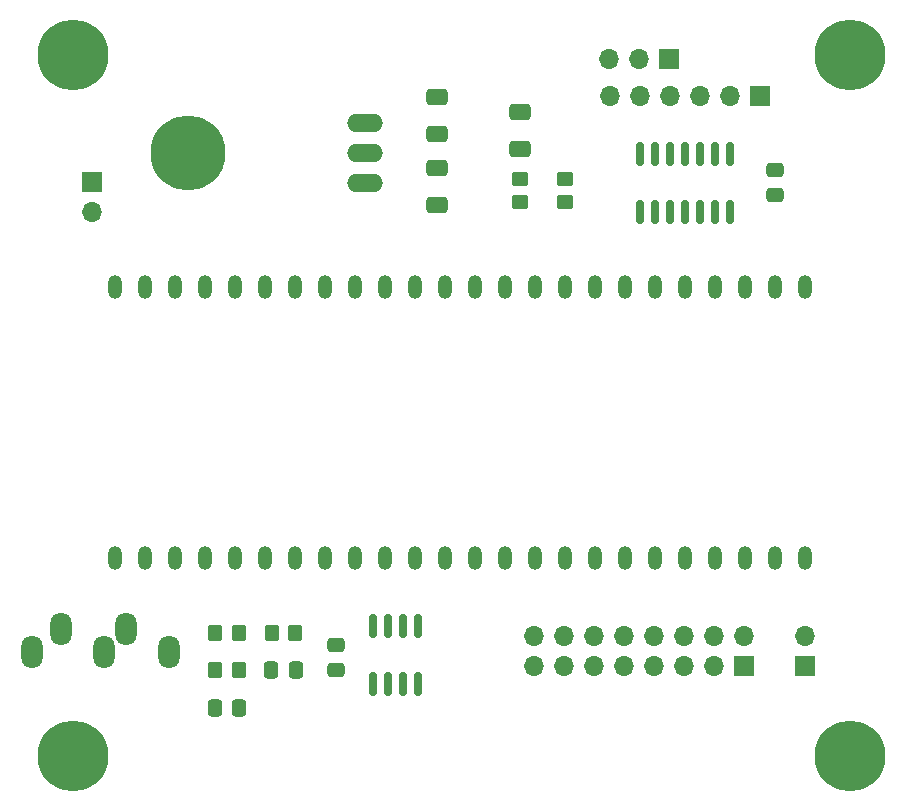
<source format=gbr>
%TF.GenerationSoftware,KiCad,Pcbnew,8.0.2*%
%TF.CreationDate,2024-08-26T06:59:03-04:00*%
%TF.ProjectId,TRS-80-M3-VID2,5452532d-3830-42d4-9d33-2d564944322e,rev?*%
%TF.SameCoordinates,Original*%
%TF.FileFunction,Soldermask,Top*%
%TF.FilePolarity,Negative*%
%FSLAX46Y46*%
G04 Gerber Fmt 4.6, Leading zero omitted, Abs format (unit mm)*
G04 Created by KiCad (PCBNEW 8.0.2) date 2024-08-26 06:59:03*
%MOMM*%
%LPD*%
G01*
G04 APERTURE LIST*
G04 Aperture macros list*
%AMRoundRect*
0 Rectangle with rounded corners*
0 $1 Rounding radius*
0 $2 $3 $4 $5 $6 $7 $8 $9 X,Y pos of 4 corners*
0 Add a 4 corners polygon primitive as box body*
4,1,4,$2,$3,$4,$5,$6,$7,$8,$9,$2,$3,0*
0 Add four circle primitives for the rounded corners*
1,1,$1+$1,$2,$3*
1,1,$1+$1,$4,$5*
1,1,$1+$1,$6,$7*
1,1,$1+$1,$8,$9*
0 Add four rect primitives between the rounded corners*
20,1,$1+$1,$2,$3,$4,$5,0*
20,1,$1+$1,$4,$5,$6,$7,0*
20,1,$1+$1,$6,$7,$8,$9,0*
20,1,$1+$1,$8,$9,$2,$3,0*%
G04 Aperture macros list end*
%ADD10RoundRect,0.250000X-0.650000X0.412500X-0.650000X-0.412500X0.650000X-0.412500X0.650000X0.412500X0*%
%ADD11RoundRect,0.250000X-0.350000X-0.450000X0.350000X-0.450000X0.350000X0.450000X-0.350000X0.450000X0*%
%ADD12RoundRect,0.150000X-0.150000X0.825000X-0.150000X-0.825000X0.150000X-0.825000X0.150000X0.825000X0*%
%ADD13RoundRect,0.250000X0.650000X-0.412500X0.650000X0.412500X-0.650000X0.412500X-0.650000X-0.412500X0*%
%ADD14RoundRect,0.250000X0.350000X0.450000X-0.350000X0.450000X-0.350000X-0.450000X0.350000X-0.450000X0*%
%ADD15C,0.800000*%
%ADD16C,6.000000*%
%ADD17RoundRect,0.250000X-0.475000X0.337500X-0.475000X-0.337500X0.475000X-0.337500X0.475000X0.337500X0*%
%ADD18RoundRect,0.250000X0.337500X0.475000X-0.337500X0.475000X-0.337500X-0.475000X0.337500X-0.475000X0*%
%ADD19RoundRect,0.250000X0.450000X-0.350000X0.450000X0.350000X-0.450000X0.350000X-0.450000X-0.350000X0*%
%ADD20O,1.800000X2.800000*%
%ADD21RoundRect,0.150000X0.150000X-0.825000X0.150000X0.825000X-0.150000X0.825000X-0.150000X-0.825000X0*%
%ADD22R,1.700000X1.700000*%
%ADD23O,1.700000X1.700000*%
%ADD24C,6.350000*%
%ADD25O,3.048000X1.524000*%
%ADD26RoundRect,0.250000X0.475000X-0.337500X0.475000X0.337500X-0.475000X0.337500X-0.475000X-0.337500X0*%
%ADD27O,1.200000X2.000000*%
G04 APERTURE END LIST*
D10*
%TO.C,C3*%
X130810000Y-52755000D03*
X130810000Y-55880000D03*
%TD*%
D11*
%TO.C,R8*%
X112030000Y-101282500D03*
X114030000Y-101282500D03*
%TD*%
D12*
%TO.C,U2*%
X155575000Y-57565000D03*
X154305000Y-57565000D03*
X153035000Y-57565000D03*
X151765000Y-57565000D03*
X150495000Y-57565000D03*
X149225000Y-57565000D03*
X147955000Y-57565000D03*
X147955000Y-62515000D03*
X149225000Y-62515000D03*
X150495000Y-62515000D03*
X151765000Y-62515000D03*
X153035000Y-62515000D03*
X154305000Y-62515000D03*
X155575000Y-62515000D03*
%TD*%
D13*
%TO.C,C4*%
X137795000Y-57157500D03*
X137795000Y-54032500D03*
%TD*%
D14*
%TO.C,R9*%
X114030000Y-98107500D03*
X112030000Y-98107500D03*
%TD*%
D15*
%TO.C,H3*%
X163485000Y-108585000D03*
X164144010Y-106994010D03*
X164144010Y-110175990D03*
X165735000Y-106335000D03*
D16*
X165735000Y-108585000D03*
D15*
X165735000Y-110835000D03*
X167325990Y-106994010D03*
X167325990Y-110175990D03*
X167985000Y-108585000D03*
%TD*%
D17*
%TO.C,C2*%
X159385000Y-58970000D03*
X159385000Y-61045000D03*
%TD*%
D18*
%TO.C,C5*%
X114067500Y-104457500D03*
X111992500Y-104457500D03*
%TD*%
D19*
%TO.C,R7*%
X137795000Y-61675000D03*
X137795000Y-59675000D03*
%TD*%
D20*
%TO.C,J8*%
X104430000Y-97795000D03*
X102630000Y-99795000D03*
X96530000Y-99795000D03*
X98930000Y-97795000D03*
X108130000Y-99795000D03*
%TD*%
D14*
%TO.C,R10*%
X118792500Y-98107500D03*
X116792500Y-98107500D03*
%TD*%
D21*
%TO.C,U4*%
X125412500Y-102487500D03*
X126682500Y-102487500D03*
X127952500Y-102487500D03*
X129222500Y-102487500D03*
X129222500Y-97537500D03*
X127952500Y-97537500D03*
X126682500Y-97537500D03*
X125412500Y-97537500D03*
%TD*%
D22*
%TO.C,J3*%
X161925000Y-100950010D03*
D23*
X161925000Y-98410010D03*
%TD*%
D22*
%TO.C,J4*%
X156830000Y-100965010D03*
D23*
X156830000Y-98425010D03*
X154290000Y-100965010D03*
X154290000Y-98425010D03*
X151750000Y-100965010D03*
X151750000Y-98425010D03*
X149210000Y-100965010D03*
X149210000Y-98425010D03*
X146670000Y-100965010D03*
X146670000Y-98425010D03*
X144130000Y-100965010D03*
X144130000Y-98425010D03*
X141590000Y-100965010D03*
X141590000Y-98425010D03*
X139050000Y-100965010D03*
X139050000Y-98425010D03*
%TD*%
D18*
%TO.C,C6*%
X118830000Y-101282500D03*
X116755000Y-101282500D03*
%TD*%
D15*
%TO.C,H1*%
X97765990Y-49215990D03*
X98425000Y-47625000D03*
X98425000Y-50806980D03*
X100015990Y-46965990D03*
D16*
X100015990Y-49215990D03*
D15*
X100015990Y-51465990D03*
X101606980Y-47625000D03*
X101606980Y-50806980D03*
X102265990Y-49215990D03*
%TD*%
D13*
%TO.C,C1*%
X130810000Y-61887500D03*
X130810000Y-58762500D03*
%TD*%
D22*
%TO.C,J7*%
X150480000Y-49530000D03*
D23*
X147940000Y-49530000D03*
X145400000Y-49530000D03*
%TD*%
D19*
%TO.C,R6*%
X141605000Y-61675000D03*
X141605000Y-59675000D03*
%TD*%
D15*
%TO.C,H2*%
X163485000Y-49212500D03*
X164144010Y-47621510D03*
X164144010Y-50803490D03*
X165735000Y-46962500D03*
D16*
X165735000Y-49212500D03*
D15*
X165735000Y-51462500D03*
X167325990Y-47621510D03*
X167325990Y-50803490D03*
X167985000Y-49212500D03*
%TD*%
D24*
%TO.C,U3*%
X109728000Y-57467500D03*
D25*
X124714000Y-57467500D03*
X124714000Y-60007500D03*
X124714000Y-54927500D03*
%TD*%
D15*
%TO.C,H4*%
X97762500Y-108585000D03*
X98421510Y-106994010D03*
X98421510Y-110175990D03*
X100012500Y-106335000D03*
D16*
X100012500Y-108585000D03*
D15*
X100012500Y-110835000D03*
X101603490Y-106994010D03*
X101603490Y-110175990D03*
X102262500Y-108585000D03*
%TD*%
D22*
%TO.C,J6*%
X158115000Y-52705000D03*
D23*
X155575000Y-52705000D03*
X153035000Y-52705000D03*
X150495000Y-52705000D03*
X147955000Y-52705000D03*
X145415000Y-52705000D03*
%TD*%
D26*
%TO.C,C7*%
X122237500Y-101282500D03*
X122237500Y-99207500D03*
%TD*%
D22*
%TO.C,J5*%
X101600000Y-60002500D03*
D23*
X101600000Y-62542500D03*
%TD*%
D27*
%TO.C,U1*%
X161925000Y-68877500D03*
X159385000Y-68877500D03*
X156845000Y-68877500D03*
X154305000Y-68877500D03*
X151765000Y-68877500D03*
X149225000Y-68877500D03*
X146685000Y-68877500D03*
X144145000Y-68877500D03*
X141605000Y-68877500D03*
X139065000Y-68877500D03*
X136525000Y-68877500D03*
X133985000Y-68877500D03*
X131445000Y-68877500D03*
X128905000Y-68877500D03*
X126365000Y-68877500D03*
X123825000Y-68877500D03*
X121285000Y-68877500D03*
X118745000Y-68877500D03*
X116205000Y-68877500D03*
X113665000Y-68877500D03*
X111125000Y-68877500D03*
X108585000Y-68877500D03*
X106045000Y-68877500D03*
X103505000Y-68877500D03*
X103505000Y-91777500D03*
X106045000Y-91777500D03*
X108585000Y-91777500D03*
X111125000Y-91777500D03*
X113665000Y-91777500D03*
X116205000Y-91777500D03*
X118745000Y-91777500D03*
X121285000Y-91777500D03*
X123825000Y-91777500D03*
X126365000Y-91777500D03*
X128905000Y-91777500D03*
X131445000Y-91777500D03*
X133985000Y-91777500D03*
X136525000Y-91777500D03*
X139065000Y-91777500D03*
X141605000Y-91777500D03*
X144145000Y-91777500D03*
X146685000Y-91777500D03*
X149225000Y-91777500D03*
X151765000Y-91777500D03*
X154305000Y-91777500D03*
X156845000Y-91777500D03*
X159385000Y-91777500D03*
X161925000Y-91777500D03*
%TD*%
M02*

</source>
